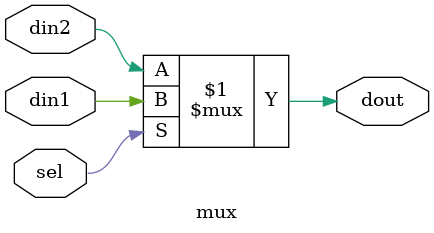
<source format=sv>
module mux(sel,din1,din2,dout);
input sel;
input din1;
input din2;
output logic dout;
assign dout = sel ? din1 : din2;
endmodule
</source>
